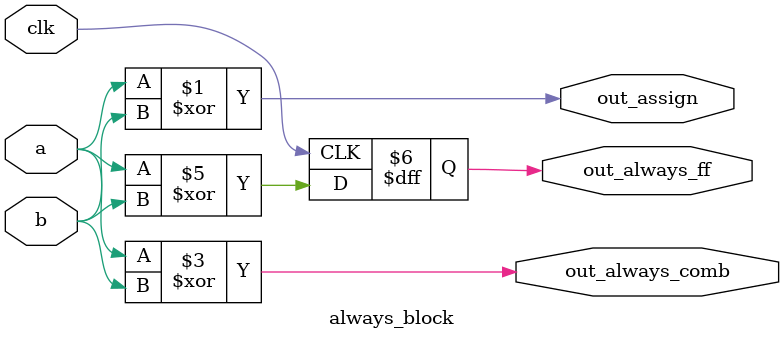
<source format=v>
module always_block(
    input clk,
    input a,
    input b,
    output wire out_assign,
    output reg out_always_comb,
    output reg out_always_ff   );
    assign out_assign = a ^ b;
    
    always @(*)
        begin
            out_always_comb = a ^ b;
        end
    
    always @(posedge clk)
        begin
            out_always_ff <= a^b;
        end

endmodule

</source>
